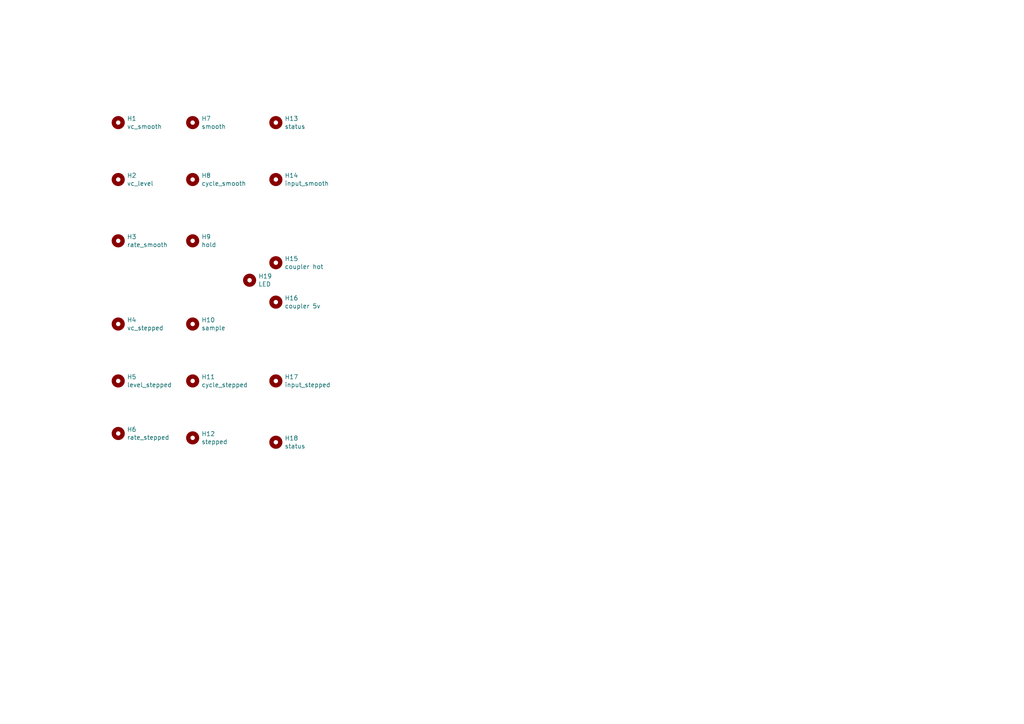
<source format=kicad_sch>
(kicad_sch (version 20230121) (generator eeschema)
  (paper "A4")
  (title_block (title "Smooth and Stepped Generator") (date "2020-05-24") (rev "02") (comment 1 "Original design by Ken Stone") (comment 2 "Schema for panel") (comment 4 "License CC BY 4.0 - Attribution 4.0 International"))
  (lib_symbols
    (symbol "Mechanical:MountingHole" (pin_names (offset 1.016))
      (property "Reference" "H" (at 0 5.08 0))
      (property "Value" "MountingHole" (at 0 3.175 0))
      (symbol "MountingHole_0_1"
        (circle (center 0 0) (radius 1.27) (stroke (width 1.27)))
      )
    )
  )
  (symbol (lib_id "Mechanical:MountingHole") (at 55.88 110.49 0) (unit 1)
    (property "Reference" "H11" (at 58.42 109.3216 0) (effects (justify left)))
    (property "Value" "cycle_stepped" (at 58.42 111.633 0) (effects (justify left)))
    (property "Footprint" "elektrophon:panel_jack" (effects hide))
  )
  (symbol (lib_id "Mechanical:MountingHole") (at 34.29 125.73 0) (unit 1)
    (property "Reference" "H6" (at 36.83 124.5616 0) (effects (justify left)))
    (property "Value" "rate_stepped" (at 36.83 126.873 0) (effects (justify left)))
    (property "Footprint" "elektrophon:panel_potentiometer" (effects hide))
  )
  (symbol (lib_id "Mechanical:MountingHole") (at 80.01 35.56 0) (unit 1)
    (property "Reference" "H13" (at 82.55 34.3916 0) (effects (justify left)))
    (property "Value" "status" (at 82.55 36.703 0) (effects (justify left)))
    (property "Footprint" "elektrophon:LED_Monitor" (effects hide))
  )
  (symbol (lib_id "Mechanical:MountingHole") (at 55.88 35.56 0) (unit 1)
    (property "Reference" "H7" (at 58.42 34.3916 0) (effects (justify left)))
    (property "Value" "smooth" (at 58.42 36.703 0) (effects (justify left)))
    (property "Footprint" "elektrophon:panel_jack" (effects hide))
  )
  (symbol (lib_id "Mechanical:MountingHole") (at 34.29 35.56 0) (unit 1)
    (property "Reference" "H1" (at 36.83 34.3916 0) (effects (justify left)))
    (property "Value" "vc_smooth" (at 36.83 36.703 0) (effects (justify left)))
    (property "Footprint" "elektrophon:panel_jack" (effects hide))
  )
  (symbol (lib_id "Mechanical:MountingHole") (at 80.01 52.07 0) (unit 1)
    (property "Reference" "H14" (at 82.55 50.9016 0) (effects (justify left)))
    (property "Value" "input_smooth" (at 82.55 53.213 0) (effects (justify left)))
    (property "Footprint" "elektrophon:panel_jack" (effects hide))
  )
  (symbol (lib_id "Mechanical:MountingHole") (at 55.88 52.07 0) (unit 1)
    (property "Reference" "H8" (at 58.42 50.9016 0) (effects (justify left)))
    (property "Value" "cycle_smooth" (at 58.42 53.213 0) (effects (justify left)))
    (property "Footprint" "elektrophon:panel_jack" (effects hide))
  )
  (symbol (lib_id "Mechanical:MountingHole") (at 55.88 69.85 0) (unit 1)
    (property "Reference" "H9" (at 58.42 68.6816 0) (effects (justify left)))
    (property "Value" "hold" (at 58.42 70.993 0) (effects (justify left)))
    (property "Footprint" "elektrophon:panel_jack" (effects hide))
  )
  (symbol (lib_id "Mechanical:MountingHole") (at 80.01 76.2 0) (unit 1)
    (property "Reference" "H15" (at 82.55 75.0316 0) (effects (justify left)))
    (property "Value" "coupler hot" (at 82.55 77.343 0) (effects (justify left)))
    (property "Footprint" "elektrophon:panel_jack" (effects hide))
  )
  (symbol (lib_id "Mechanical:MountingHole") (at 55.88 93.98 0) (unit 1)
    (property "Reference" "H10" (at 58.42 92.8116 0) (effects (justify left)))
    (property "Value" "sample" (at 58.42 95.123 0) (effects (justify left)))
    (property "Footprint" "elektrophon:panel_jack" (effects hide))
  )
  (symbol (lib_id "Mechanical:MountingHole") (at 80.01 87.63 0) (unit 1)
    (property "Reference" "H16" (at 82.55 86.4616 0) (effects (justify left)))
    (property "Value" "coupler 5v" (at 82.55 88.773 0) (effects (justify left)))
    (property "Footprint" "elektrophon:panel_jack" (effects hide))
  )
  (symbol (lib_id "Mechanical:MountingHole") (at 34.29 93.98 0) (unit 1)
    (property "Reference" "H4" (at 36.83 92.8116 0) (effects (justify left)))
    (property "Value" "vc_stepped" (at 36.83 95.123 0) (effects (justify left)))
    (property "Footprint" "elektrophon:panel_jack" (effects hide))
  )
  (symbol (lib_id "Mechanical:MountingHole") (at 55.88 127 0) (unit 1)
    (property "Reference" "H12" (at 58.42 125.8316 0) (effects (justify left)))
    (property "Value" "stepped" (at 58.42 128.143 0) (effects (justify left)))
    (property "Footprint" "elektrophon:panel_jack" (effects hide))
  )
  (symbol (lib_id "Mechanical:MountingHole") (at 80.01 128.27 0) (unit 1)
    (property "Reference" "H18" (at 82.55 127.1016 0) (effects (justify left)))
    (property "Value" "status" (at 82.55 129.413 0) (effects (justify left)))
    (property "Footprint" "elektrophon:LED_Monitor" (effects hide))
  )
  (symbol (lib_id "Mechanical:MountingHole") (at 80.01 110.49 0) (unit 1)
    (property "Reference" "H17" (at 82.55 109.3216 0) (effects (justify left)))
    (property "Value" "input_stepped" (at 82.55 111.633 0) (effects (justify left)))
    (property "Footprint" "elektrophon:panel_jack" (effects hide))
  )
  (symbol (lib_id "Mechanical:MountingHole") (at 34.29 110.49 0) (unit 1)
    (property "Reference" "H5" (at 36.83 109.3216 0) (effects (justify left)))
    (property "Value" "level_stepped" (at 36.83 111.633 0) (effects (justify left)))
    (property "Footprint" "elektrophon:panel_potentiometer" (effects hide))
  )
  (symbol (lib_id "Mechanical:MountingHole") (at 34.29 69.85 0) (unit 1)
    (property "Reference" "H3" (at 36.83 68.6816 0) (effects (justify left)))
    (property "Value" "rate_smooth" (at 36.83 70.993 0) (effects (justify left)))
    (property "Footprint" "elektrophon:panel_potentiometer" (effects hide))
  )
  (symbol (lib_id "Mechanical:MountingHole") (at 34.29 52.07 0) (unit 1)
    (property "Reference" "H2" (at 36.83 50.9016 0) (effects (justify left)))
    (property "Value" "vc_level" (at 36.83 53.213 0) (effects (justify left)))
    (property "Footprint" "elektrophon:panel_potentiometer" (effects hide))
  )
  (symbol (lib_id "Mechanical:MountingHole") (at 72.39 81.28 0) (unit 1)
    (property "Reference" "H19" (at 74.93 80.1116 0) (effects (justify left)))
    (property "Value" "LED" (at 74.93 82.423 0) (effects (justify left)))
    (property "Footprint" "elektrophon:LED_Monitor" (effects hide))
  )
)
</source>
